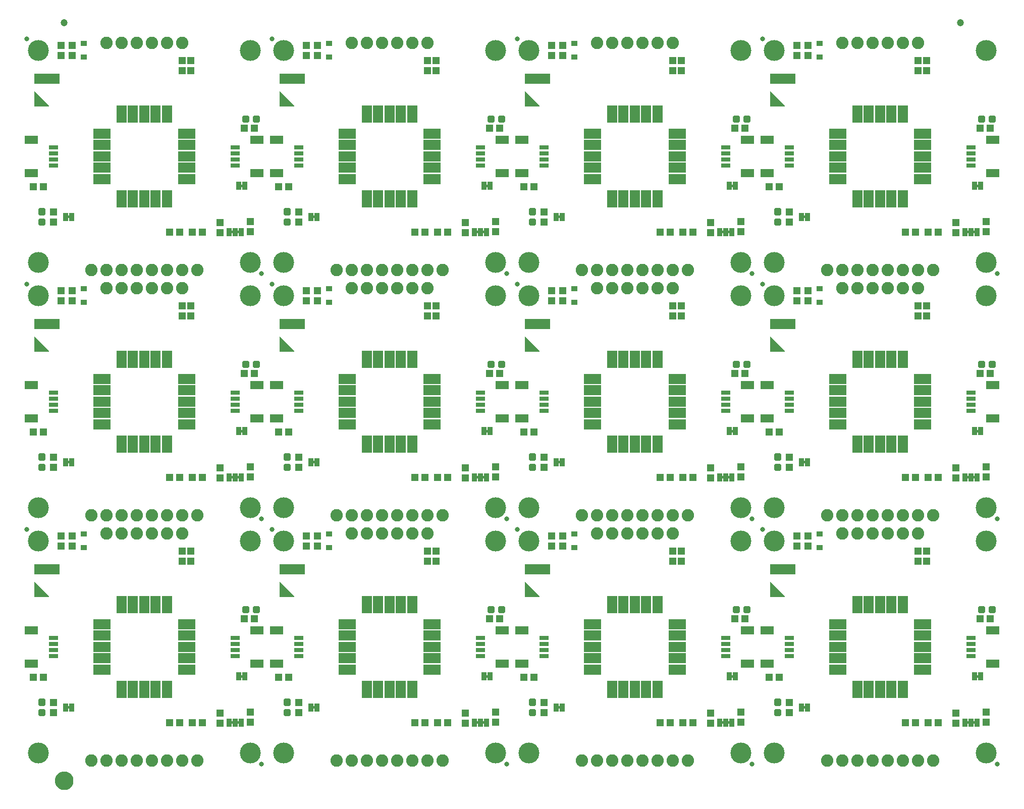
<source format=gts>
G75*
%MOIN*%
%OFA0B0*%
%FSLAX25Y25*%
%IPPOS*%
%LPD*%
%AMOC8*
5,1,8,0,0,1.08239X$1,22.5*
%
%ADD10C,0.13800*%
%ADD11C,0.03300*%
%ADD12R,0.08674X0.05524*%
%ADD13R,0.06115X0.03162*%
%ADD14R,0.05131X0.04737*%
%ADD15R,0.04737X0.05131*%
%ADD16C,0.00197*%
%ADD17R,0.16535X0.06693*%
%ADD18R,0.03300X0.05800*%
%ADD19C,0.00500*%
%ADD20C,0.01990*%
%ADD21R,0.04068X0.03280*%
%ADD22R,0.11627X0.07099*%
%ADD23R,0.07099X0.11627*%
%ADD24C,0.08200*%
%ADD25C,0.04737*%
%ADD26C,0.05000*%
%ADD27C,0.06706*%
D10*
X0038750Y0038750D03*
X0178750Y0038750D03*
X0200750Y0038750D03*
X0340750Y0038750D03*
X0362750Y0038750D03*
X0502750Y0038750D03*
X0524750Y0038750D03*
X0664750Y0038750D03*
X0664750Y0178750D03*
X0664750Y0200750D03*
X0524750Y0200750D03*
X0502750Y0200750D03*
X0502750Y0178750D03*
X0524750Y0178750D03*
X0362750Y0178750D03*
X0340750Y0178750D03*
X0340750Y0200750D03*
X0362750Y0200750D03*
X0200750Y0200750D03*
X0178750Y0200750D03*
X0178750Y0178750D03*
X0200750Y0178750D03*
X0038750Y0178750D03*
X0038750Y0200750D03*
X0038750Y0340750D03*
X0038750Y0362750D03*
X0178750Y0362750D03*
X0200750Y0362750D03*
X0200750Y0340750D03*
X0178750Y0340750D03*
X0340750Y0340750D03*
X0362750Y0340750D03*
X0362750Y0362750D03*
X0340750Y0362750D03*
X0502750Y0362750D03*
X0524750Y0362750D03*
X0524750Y0340750D03*
X0502750Y0340750D03*
X0664750Y0340750D03*
X0664750Y0362750D03*
X0664750Y0502750D03*
X0524750Y0502750D03*
X0502750Y0502750D03*
X0362750Y0502750D03*
X0340750Y0502750D03*
X0200750Y0502750D03*
X0178750Y0502750D03*
X0038750Y0502750D03*
D11*
X0031250Y0510250D03*
X0193250Y0510250D03*
X0355250Y0510250D03*
X0517250Y0510250D03*
X0510250Y0355250D03*
X0517250Y0348250D03*
X0672250Y0355250D03*
X0672250Y0193250D03*
X0517250Y0186250D03*
X0510250Y0193250D03*
X0355250Y0186250D03*
X0348250Y0193250D03*
X0193250Y0186250D03*
X0186250Y0193250D03*
X0031250Y0186250D03*
X0031250Y0348250D03*
X0186250Y0355250D03*
X0193250Y0348250D03*
X0348250Y0355250D03*
X0355250Y0348250D03*
X0348250Y0031250D03*
X0186250Y0031250D03*
X0510250Y0031250D03*
X0672250Y0031250D03*
D12*
X0669219Y0097726D03*
X0669219Y0119774D03*
X0520281Y0119774D03*
X0507219Y0119774D03*
X0507219Y0097726D03*
X0520281Y0097726D03*
X0358281Y0097726D03*
X0345219Y0097726D03*
X0345219Y0119774D03*
X0358281Y0119774D03*
X0196281Y0119774D03*
X0183219Y0119774D03*
X0183219Y0097726D03*
X0196281Y0097726D03*
X0034281Y0097726D03*
X0034281Y0119774D03*
X0034281Y0259726D03*
X0034281Y0281774D03*
X0183219Y0281774D03*
X0196281Y0281774D03*
X0196281Y0259726D03*
X0183219Y0259726D03*
X0345219Y0259726D03*
X0358281Y0259726D03*
X0358281Y0281774D03*
X0345219Y0281774D03*
X0507219Y0281774D03*
X0520281Y0281774D03*
X0520281Y0259726D03*
X0507219Y0259726D03*
X0669219Y0259726D03*
X0669219Y0281774D03*
X0669219Y0421726D03*
X0669219Y0443774D03*
X0520281Y0443774D03*
X0507219Y0443774D03*
X0507219Y0421726D03*
X0520281Y0421726D03*
X0358281Y0421726D03*
X0345219Y0421726D03*
X0345219Y0443774D03*
X0358281Y0443774D03*
X0196281Y0443774D03*
X0183219Y0443774D03*
X0183219Y0421726D03*
X0196281Y0421726D03*
X0034281Y0421726D03*
X0034281Y0443774D03*
D13*
X0048750Y0438656D03*
X0048750Y0434719D03*
X0048750Y0430781D03*
X0048750Y0426844D03*
X0168750Y0426844D03*
X0168750Y0430781D03*
X0168750Y0434719D03*
X0168750Y0438656D03*
X0210750Y0438656D03*
X0210750Y0434719D03*
X0210750Y0430781D03*
X0210750Y0426844D03*
X0330750Y0426844D03*
X0330750Y0430781D03*
X0330750Y0434719D03*
X0330750Y0438656D03*
X0372750Y0438656D03*
X0372750Y0434719D03*
X0372750Y0430781D03*
X0372750Y0426844D03*
X0492750Y0426844D03*
X0492750Y0430781D03*
X0492750Y0434719D03*
X0492750Y0438656D03*
X0534750Y0438656D03*
X0534750Y0434719D03*
X0534750Y0430781D03*
X0534750Y0426844D03*
X0654750Y0426844D03*
X0654750Y0430781D03*
X0654750Y0434719D03*
X0654750Y0438656D03*
X0654750Y0276656D03*
X0654750Y0272719D03*
X0654750Y0268781D03*
X0654750Y0264844D03*
X0534750Y0264844D03*
X0534750Y0268781D03*
X0534750Y0272719D03*
X0534750Y0276656D03*
X0492750Y0276656D03*
X0492750Y0272719D03*
X0492750Y0268781D03*
X0492750Y0264844D03*
X0372750Y0264844D03*
X0372750Y0268781D03*
X0372750Y0272719D03*
X0372750Y0276656D03*
X0330750Y0276656D03*
X0330750Y0272719D03*
X0330750Y0268781D03*
X0330750Y0264844D03*
X0210750Y0264844D03*
X0210750Y0268781D03*
X0210750Y0272719D03*
X0210750Y0276656D03*
X0168750Y0276656D03*
X0168750Y0272719D03*
X0168750Y0268781D03*
X0168750Y0264844D03*
X0048750Y0264844D03*
X0048750Y0268781D03*
X0048750Y0272719D03*
X0048750Y0276656D03*
X0048750Y0114656D03*
X0048750Y0110719D03*
X0048750Y0106781D03*
X0048750Y0102844D03*
X0168750Y0102844D03*
X0168750Y0106781D03*
X0168750Y0110719D03*
X0168750Y0114656D03*
X0210750Y0114656D03*
X0210750Y0110719D03*
X0210750Y0106781D03*
X0210750Y0102844D03*
X0330750Y0102844D03*
X0330750Y0106781D03*
X0330750Y0110719D03*
X0330750Y0114656D03*
X0372750Y0114656D03*
X0372750Y0110719D03*
X0372750Y0106781D03*
X0372750Y0102844D03*
X0492750Y0102844D03*
X0492750Y0106781D03*
X0492750Y0110719D03*
X0492750Y0114656D03*
X0534750Y0114656D03*
X0534750Y0110719D03*
X0534750Y0106781D03*
X0534750Y0102844D03*
X0654750Y0102844D03*
X0654750Y0106781D03*
X0654750Y0110719D03*
X0654750Y0114656D03*
D14*
X0660904Y0127250D03*
X0667596Y0127250D03*
X0633096Y0058750D03*
X0626404Y0058750D03*
X0618096Y0058750D03*
X0611404Y0058750D03*
X0528096Y0088750D03*
X0521404Y0088750D03*
X0505596Y0127250D03*
X0498904Y0127250D03*
X0471096Y0058750D03*
X0464404Y0058750D03*
X0456096Y0058750D03*
X0449404Y0058750D03*
X0366096Y0088750D03*
X0359404Y0088750D03*
X0343596Y0127250D03*
X0336904Y0127250D03*
X0309096Y0058750D03*
X0302404Y0058750D03*
X0294096Y0058750D03*
X0287404Y0058750D03*
X0204096Y0088750D03*
X0197404Y0088750D03*
X0181596Y0127250D03*
X0174904Y0127250D03*
X0147096Y0058750D03*
X0140404Y0058750D03*
X0132096Y0058750D03*
X0125404Y0058750D03*
X0042096Y0088750D03*
X0035404Y0088750D03*
X0125404Y0220750D03*
X0132096Y0220750D03*
X0140404Y0220750D03*
X0147096Y0220750D03*
X0197404Y0250750D03*
X0204096Y0250750D03*
X0181596Y0289250D03*
X0174904Y0289250D03*
X0287404Y0220750D03*
X0294096Y0220750D03*
X0302404Y0220750D03*
X0309096Y0220750D03*
X0359404Y0250750D03*
X0366096Y0250750D03*
X0343596Y0289250D03*
X0336904Y0289250D03*
X0449404Y0220750D03*
X0456096Y0220750D03*
X0464404Y0220750D03*
X0471096Y0220750D03*
X0521404Y0250750D03*
X0528096Y0250750D03*
X0505596Y0289250D03*
X0498904Y0289250D03*
X0611404Y0220750D03*
X0618096Y0220750D03*
X0626404Y0220750D03*
X0633096Y0220750D03*
X0660904Y0289250D03*
X0667596Y0289250D03*
X0633096Y0382750D03*
X0626404Y0382750D03*
X0618096Y0382750D03*
X0611404Y0382750D03*
X0528096Y0412750D03*
X0521404Y0412750D03*
X0505596Y0451250D03*
X0498904Y0451250D03*
X0471096Y0382750D03*
X0464404Y0382750D03*
X0456096Y0382750D03*
X0449404Y0382750D03*
X0366096Y0412750D03*
X0359404Y0412750D03*
X0343596Y0451250D03*
X0336904Y0451250D03*
X0309096Y0382750D03*
X0302404Y0382750D03*
X0294096Y0382750D03*
X0287404Y0382750D03*
X0204096Y0412750D03*
X0197404Y0412750D03*
X0181596Y0451250D03*
X0174904Y0451250D03*
X0147096Y0382750D03*
X0140404Y0382750D03*
X0132096Y0382750D03*
X0125404Y0382750D03*
X0042096Y0412750D03*
X0035404Y0412750D03*
X0035404Y0250750D03*
X0042096Y0250750D03*
X0660904Y0451250D03*
X0667596Y0451250D03*
D15*
X0625650Y0489404D03*
X0619750Y0489404D03*
X0619750Y0496096D03*
X0625650Y0496096D03*
X0547250Y0499404D03*
X0539750Y0499404D03*
X0539750Y0506096D03*
X0547250Y0506096D03*
X0463650Y0496096D03*
X0457750Y0496096D03*
X0457750Y0489404D03*
X0463650Y0489404D03*
X0385250Y0499404D03*
X0377750Y0499404D03*
X0377750Y0506096D03*
X0385250Y0506096D03*
X0301650Y0496096D03*
X0295750Y0496096D03*
X0295750Y0489404D03*
X0301650Y0489404D03*
X0223250Y0499404D03*
X0215750Y0499404D03*
X0215750Y0506096D03*
X0223250Y0506096D03*
X0139650Y0496096D03*
X0133750Y0496096D03*
X0133750Y0489404D03*
X0139650Y0489404D03*
X0061250Y0499404D03*
X0053750Y0499404D03*
X0053750Y0506096D03*
X0061250Y0506096D03*
X0048750Y0396096D03*
X0048750Y0389404D03*
X0053750Y0344096D03*
X0053750Y0337404D03*
X0061250Y0337404D03*
X0061250Y0344096D03*
X0133750Y0334096D03*
X0139650Y0334096D03*
X0139650Y0327404D03*
X0133750Y0327404D03*
X0158750Y0382404D03*
X0158750Y0389096D03*
X0178750Y0389596D03*
X0178750Y0382904D03*
X0210750Y0389404D03*
X0210750Y0396096D03*
X0215750Y0344096D03*
X0215750Y0337404D03*
X0223250Y0337404D03*
X0223250Y0344096D03*
X0295750Y0334096D03*
X0301650Y0334096D03*
X0301650Y0327404D03*
X0295750Y0327404D03*
X0320750Y0382404D03*
X0320750Y0389096D03*
X0340750Y0389596D03*
X0340750Y0382904D03*
X0372750Y0389404D03*
X0372750Y0396096D03*
X0377750Y0344096D03*
X0377750Y0337404D03*
X0385250Y0337404D03*
X0385250Y0344096D03*
X0457750Y0334096D03*
X0463650Y0334096D03*
X0463650Y0327404D03*
X0457750Y0327404D03*
X0482750Y0382404D03*
X0482750Y0389096D03*
X0502750Y0389596D03*
X0502750Y0382904D03*
X0534750Y0389404D03*
X0534750Y0396096D03*
X0539750Y0344096D03*
X0539750Y0337404D03*
X0547250Y0337404D03*
X0547250Y0344096D03*
X0619750Y0334096D03*
X0625650Y0334096D03*
X0625650Y0327404D03*
X0619750Y0327404D03*
X0644750Y0382404D03*
X0644750Y0389096D03*
X0664750Y0389596D03*
X0664750Y0382904D03*
X0534750Y0234096D03*
X0534750Y0227404D03*
X0502750Y0227596D03*
X0502750Y0220904D03*
X0482750Y0220404D03*
X0482750Y0227096D03*
X0539750Y0182096D03*
X0539750Y0175404D03*
X0547250Y0175404D03*
X0547250Y0182096D03*
X0619750Y0172096D03*
X0625650Y0172096D03*
X0625650Y0165404D03*
X0619750Y0165404D03*
X0644750Y0220404D03*
X0644750Y0227096D03*
X0664750Y0227596D03*
X0664750Y0220904D03*
X0534750Y0072096D03*
X0534750Y0065404D03*
X0502750Y0065596D03*
X0502750Y0058904D03*
X0482750Y0058404D03*
X0482750Y0065096D03*
X0372750Y0065404D03*
X0372750Y0072096D03*
X0340750Y0065596D03*
X0340750Y0058904D03*
X0320750Y0058404D03*
X0320750Y0065096D03*
X0210750Y0065404D03*
X0210750Y0072096D03*
X0178750Y0065596D03*
X0178750Y0058904D03*
X0158750Y0058404D03*
X0158750Y0065096D03*
X0048750Y0065404D03*
X0048750Y0072096D03*
X0133750Y0165404D03*
X0139650Y0165404D03*
X0139650Y0172096D03*
X0133750Y0172096D03*
X0158750Y0220404D03*
X0158750Y0227096D03*
X0178750Y0227596D03*
X0178750Y0220904D03*
X0210750Y0227404D03*
X0210750Y0234096D03*
X0215750Y0182096D03*
X0215750Y0175404D03*
X0223250Y0175404D03*
X0223250Y0182096D03*
X0295750Y0172096D03*
X0301650Y0172096D03*
X0301650Y0165404D03*
X0295750Y0165404D03*
X0320750Y0220404D03*
X0320750Y0227096D03*
X0340750Y0227596D03*
X0340750Y0220904D03*
X0372750Y0227404D03*
X0372750Y0234096D03*
X0377750Y0182096D03*
X0377750Y0175404D03*
X0385250Y0175404D03*
X0385250Y0182096D03*
X0457750Y0172096D03*
X0463650Y0172096D03*
X0463650Y0165404D03*
X0457750Y0165404D03*
X0644750Y0065096D03*
X0644750Y0058404D03*
X0664750Y0058904D03*
X0664750Y0065596D03*
X0061250Y0175404D03*
X0061250Y0182096D03*
X0053750Y0182096D03*
X0053750Y0175404D03*
X0048750Y0227404D03*
X0048750Y0234096D03*
D16*
X0045648Y0304199D02*
X0036199Y0304199D01*
X0036199Y0313648D01*
X0045648Y0304199D01*
X0045636Y0304210D02*
X0036199Y0304210D01*
X0036199Y0304405D02*
X0045441Y0304405D01*
X0045246Y0304601D02*
X0036199Y0304601D01*
X0036199Y0304796D02*
X0045050Y0304796D01*
X0044855Y0304991D02*
X0036199Y0304991D01*
X0036199Y0305187D02*
X0044660Y0305187D01*
X0044464Y0305382D02*
X0036199Y0305382D01*
X0036199Y0305578D02*
X0044269Y0305578D01*
X0044074Y0305773D02*
X0036199Y0305773D01*
X0036199Y0305968D02*
X0043878Y0305968D01*
X0043683Y0306164D02*
X0036199Y0306164D01*
X0036199Y0306359D02*
X0043487Y0306359D01*
X0043292Y0306554D02*
X0036199Y0306554D01*
X0036199Y0306750D02*
X0043097Y0306750D01*
X0042901Y0306945D02*
X0036199Y0306945D01*
X0036199Y0307140D02*
X0042706Y0307140D01*
X0042511Y0307336D02*
X0036199Y0307336D01*
X0036199Y0307531D02*
X0042315Y0307531D01*
X0042120Y0307727D02*
X0036199Y0307727D01*
X0036199Y0307922D02*
X0041925Y0307922D01*
X0041729Y0308117D02*
X0036199Y0308117D01*
X0036199Y0308313D02*
X0041534Y0308313D01*
X0041338Y0308508D02*
X0036199Y0308508D01*
X0036199Y0308703D02*
X0041143Y0308703D01*
X0040948Y0308899D02*
X0036199Y0308899D01*
X0036199Y0309094D02*
X0040752Y0309094D01*
X0040557Y0309289D02*
X0036199Y0309289D01*
X0036199Y0309485D02*
X0040362Y0309485D01*
X0040166Y0309680D02*
X0036199Y0309680D01*
X0036199Y0309876D02*
X0039971Y0309876D01*
X0039776Y0310071D02*
X0036199Y0310071D01*
X0036199Y0310266D02*
X0039580Y0310266D01*
X0039385Y0310462D02*
X0036199Y0310462D01*
X0036199Y0310657D02*
X0039190Y0310657D01*
X0038994Y0310852D02*
X0036199Y0310852D01*
X0036199Y0311048D02*
X0038799Y0311048D01*
X0038603Y0311243D02*
X0036199Y0311243D01*
X0036199Y0311438D02*
X0038408Y0311438D01*
X0038213Y0311634D02*
X0036199Y0311634D01*
X0036199Y0311829D02*
X0038017Y0311829D01*
X0037822Y0312024D02*
X0036199Y0312024D01*
X0036199Y0312220D02*
X0037627Y0312220D01*
X0037431Y0312415D02*
X0036199Y0312415D01*
X0036199Y0312611D02*
X0037236Y0312611D01*
X0037041Y0312806D02*
X0036199Y0312806D01*
X0036199Y0313001D02*
X0036845Y0313001D01*
X0036650Y0313197D02*
X0036199Y0313197D01*
X0036199Y0313392D02*
X0036454Y0313392D01*
X0036259Y0313587D02*
X0036199Y0313587D01*
X0198199Y0313648D02*
X0198199Y0304199D01*
X0207648Y0304199D01*
X0198199Y0313648D01*
X0198199Y0313587D02*
X0198259Y0313587D01*
X0198199Y0313392D02*
X0198454Y0313392D01*
X0198650Y0313197D02*
X0198199Y0313197D01*
X0198199Y0313001D02*
X0198845Y0313001D01*
X0199041Y0312806D02*
X0198199Y0312806D01*
X0198199Y0312611D02*
X0199236Y0312611D01*
X0199431Y0312415D02*
X0198199Y0312415D01*
X0198199Y0312220D02*
X0199627Y0312220D01*
X0199822Y0312024D02*
X0198199Y0312024D01*
X0198199Y0311829D02*
X0200017Y0311829D01*
X0200213Y0311634D02*
X0198199Y0311634D01*
X0198199Y0311438D02*
X0200408Y0311438D01*
X0200603Y0311243D02*
X0198199Y0311243D01*
X0198199Y0311048D02*
X0200799Y0311048D01*
X0200994Y0310852D02*
X0198199Y0310852D01*
X0198199Y0310657D02*
X0201190Y0310657D01*
X0201385Y0310462D02*
X0198199Y0310462D01*
X0198199Y0310266D02*
X0201580Y0310266D01*
X0201776Y0310071D02*
X0198199Y0310071D01*
X0198199Y0309876D02*
X0201971Y0309876D01*
X0202166Y0309680D02*
X0198199Y0309680D01*
X0198199Y0309485D02*
X0202362Y0309485D01*
X0202557Y0309289D02*
X0198199Y0309289D01*
X0198199Y0309094D02*
X0202752Y0309094D01*
X0202948Y0308899D02*
X0198199Y0308899D01*
X0198199Y0308703D02*
X0203143Y0308703D01*
X0203338Y0308508D02*
X0198199Y0308508D01*
X0198199Y0308313D02*
X0203534Y0308313D01*
X0203729Y0308117D02*
X0198199Y0308117D01*
X0198199Y0307922D02*
X0203925Y0307922D01*
X0204120Y0307727D02*
X0198199Y0307727D01*
X0198199Y0307531D02*
X0204315Y0307531D01*
X0204511Y0307336D02*
X0198199Y0307336D01*
X0198199Y0307140D02*
X0204706Y0307140D01*
X0204901Y0306945D02*
X0198199Y0306945D01*
X0198199Y0306750D02*
X0205097Y0306750D01*
X0205292Y0306554D02*
X0198199Y0306554D01*
X0198199Y0306359D02*
X0205487Y0306359D01*
X0205683Y0306164D02*
X0198199Y0306164D01*
X0198199Y0305968D02*
X0205878Y0305968D01*
X0206074Y0305773D02*
X0198199Y0305773D01*
X0198199Y0305578D02*
X0206269Y0305578D01*
X0206464Y0305382D02*
X0198199Y0305382D01*
X0198199Y0305187D02*
X0206660Y0305187D01*
X0206855Y0304991D02*
X0198199Y0304991D01*
X0198199Y0304796D02*
X0207050Y0304796D01*
X0207246Y0304601D02*
X0198199Y0304601D01*
X0198199Y0304405D02*
X0207441Y0304405D01*
X0207636Y0304210D02*
X0198199Y0304210D01*
X0360199Y0304210D02*
X0369636Y0304210D01*
X0369648Y0304199D02*
X0360199Y0313648D01*
X0360199Y0304199D01*
X0369648Y0304199D01*
X0369441Y0304405D02*
X0360199Y0304405D01*
X0360199Y0304601D02*
X0369246Y0304601D01*
X0369050Y0304796D02*
X0360199Y0304796D01*
X0360199Y0304991D02*
X0368855Y0304991D01*
X0368660Y0305187D02*
X0360199Y0305187D01*
X0360199Y0305382D02*
X0368464Y0305382D01*
X0368269Y0305578D02*
X0360199Y0305578D01*
X0360199Y0305773D02*
X0368074Y0305773D01*
X0367878Y0305968D02*
X0360199Y0305968D01*
X0360199Y0306164D02*
X0367683Y0306164D01*
X0367487Y0306359D02*
X0360199Y0306359D01*
X0360199Y0306554D02*
X0367292Y0306554D01*
X0367097Y0306750D02*
X0360199Y0306750D01*
X0360199Y0306945D02*
X0366901Y0306945D01*
X0366706Y0307140D02*
X0360199Y0307140D01*
X0360199Y0307336D02*
X0366511Y0307336D01*
X0366315Y0307531D02*
X0360199Y0307531D01*
X0360199Y0307727D02*
X0366120Y0307727D01*
X0365925Y0307922D02*
X0360199Y0307922D01*
X0360199Y0308117D02*
X0365729Y0308117D01*
X0365534Y0308313D02*
X0360199Y0308313D01*
X0360199Y0308508D02*
X0365338Y0308508D01*
X0365143Y0308703D02*
X0360199Y0308703D01*
X0360199Y0308899D02*
X0364948Y0308899D01*
X0364752Y0309094D02*
X0360199Y0309094D01*
X0360199Y0309289D02*
X0364557Y0309289D01*
X0364362Y0309485D02*
X0360199Y0309485D01*
X0360199Y0309680D02*
X0364166Y0309680D01*
X0363971Y0309876D02*
X0360199Y0309876D01*
X0360199Y0310071D02*
X0363776Y0310071D01*
X0363580Y0310266D02*
X0360199Y0310266D01*
X0360199Y0310462D02*
X0363385Y0310462D01*
X0363190Y0310657D02*
X0360199Y0310657D01*
X0360199Y0310852D02*
X0362994Y0310852D01*
X0362799Y0311048D02*
X0360199Y0311048D01*
X0360199Y0311243D02*
X0362603Y0311243D01*
X0362408Y0311438D02*
X0360199Y0311438D01*
X0360199Y0311634D02*
X0362213Y0311634D01*
X0362017Y0311829D02*
X0360199Y0311829D01*
X0360199Y0312024D02*
X0361822Y0312024D01*
X0361627Y0312220D02*
X0360199Y0312220D01*
X0360199Y0312415D02*
X0361431Y0312415D01*
X0361236Y0312611D02*
X0360199Y0312611D01*
X0360199Y0312806D02*
X0361041Y0312806D01*
X0360845Y0313001D02*
X0360199Y0313001D01*
X0360199Y0313197D02*
X0360650Y0313197D01*
X0360454Y0313392D02*
X0360199Y0313392D01*
X0360199Y0313587D02*
X0360259Y0313587D01*
X0522199Y0313648D02*
X0522199Y0304199D01*
X0531648Y0304199D01*
X0522199Y0313648D01*
X0522199Y0313587D02*
X0522259Y0313587D01*
X0522199Y0313392D02*
X0522454Y0313392D01*
X0522650Y0313197D02*
X0522199Y0313197D01*
X0522199Y0313001D02*
X0522845Y0313001D01*
X0523041Y0312806D02*
X0522199Y0312806D01*
X0522199Y0312611D02*
X0523236Y0312611D01*
X0523431Y0312415D02*
X0522199Y0312415D01*
X0522199Y0312220D02*
X0523627Y0312220D01*
X0523822Y0312024D02*
X0522199Y0312024D01*
X0522199Y0311829D02*
X0524017Y0311829D01*
X0524213Y0311634D02*
X0522199Y0311634D01*
X0522199Y0311438D02*
X0524408Y0311438D01*
X0524603Y0311243D02*
X0522199Y0311243D01*
X0522199Y0311048D02*
X0524799Y0311048D01*
X0524994Y0310852D02*
X0522199Y0310852D01*
X0522199Y0310657D02*
X0525190Y0310657D01*
X0525385Y0310462D02*
X0522199Y0310462D01*
X0522199Y0310266D02*
X0525580Y0310266D01*
X0525776Y0310071D02*
X0522199Y0310071D01*
X0522199Y0309876D02*
X0525971Y0309876D01*
X0526166Y0309680D02*
X0522199Y0309680D01*
X0522199Y0309485D02*
X0526362Y0309485D01*
X0526557Y0309289D02*
X0522199Y0309289D01*
X0522199Y0309094D02*
X0526752Y0309094D01*
X0526948Y0308899D02*
X0522199Y0308899D01*
X0522199Y0308703D02*
X0527143Y0308703D01*
X0527338Y0308508D02*
X0522199Y0308508D01*
X0522199Y0308313D02*
X0527534Y0308313D01*
X0527729Y0308117D02*
X0522199Y0308117D01*
X0522199Y0307922D02*
X0527925Y0307922D01*
X0528120Y0307727D02*
X0522199Y0307727D01*
X0522199Y0307531D02*
X0528315Y0307531D01*
X0528511Y0307336D02*
X0522199Y0307336D01*
X0522199Y0307140D02*
X0528706Y0307140D01*
X0528901Y0306945D02*
X0522199Y0306945D01*
X0522199Y0306750D02*
X0529097Y0306750D01*
X0529292Y0306554D02*
X0522199Y0306554D01*
X0522199Y0306359D02*
X0529487Y0306359D01*
X0529683Y0306164D02*
X0522199Y0306164D01*
X0522199Y0305968D02*
X0529878Y0305968D01*
X0530074Y0305773D02*
X0522199Y0305773D01*
X0522199Y0305578D02*
X0530269Y0305578D01*
X0530464Y0305382D02*
X0522199Y0305382D01*
X0522199Y0305187D02*
X0530660Y0305187D01*
X0530855Y0304991D02*
X0522199Y0304991D01*
X0522199Y0304796D02*
X0531050Y0304796D01*
X0531246Y0304601D02*
X0522199Y0304601D01*
X0522199Y0304405D02*
X0531441Y0304405D01*
X0531636Y0304210D02*
X0522199Y0304210D01*
X0522199Y0151648D02*
X0531648Y0142199D01*
X0522199Y0142199D01*
X0522199Y0151648D01*
X0522199Y0151633D02*
X0522214Y0151633D01*
X0522199Y0151437D02*
X0522409Y0151437D01*
X0522605Y0151242D02*
X0522199Y0151242D01*
X0522199Y0151046D02*
X0522800Y0151046D01*
X0522995Y0150851D02*
X0522199Y0150851D01*
X0522199Y0150656D02*
X0523191Y0150656D01*
X0523386Y0150460D02*
X0522199Y0150460D01*
X0522199Y0150265D02*
X0523581Y0150265D01*
X0523777Y0150070D02*
X0522199Y0150070D01*
X0522199Y0149874D02*
X0523972Y0149874D01*
X0524168Y0149679D02*
X0522199Y0149679D01*
X0522199Y0149484D02*
X0524363Y0149484D01*
X0524558Y0149288D02*
X0522199Y0149288D01*
X0522199Y0149093D02*
X0524754Y0149093D01*
X0524949Y0148897D02*
X0522199Y0148897D01*
X0522199Y0148702D02*
X0525144Y0148702D01*
X0525340Y0148507D02*
X0522199Y0148507D01*
X0522199Y0148311D02*
X0525535Y0148311D01*
X0525730Y0148116D02*
X0522199Y0148116D01*
X0522199Y0147921D02*
X0525926Y0147921D01*
X0526121Y0147725D02*
X0522199Y0147725D01*
X0522199Y0147530D02*
X0526317Y0147530D01*
X0526512Y0147335D02*
X0522199Y0147335D01*
X0522199Y0147139D02*
X0526707Y0147139D01*
X0526903Y0146944D02*
X0522199Y0146944D01*
X0522199Y0146748D02*
X0527098Y0146748D01*
X0527293Y0146553D02*
X0522199Y0146553D01*
X0522199Y0146358D02*
X0527489Y0146358D01*
X0527684Y0146162D02*
X0522199Y0146162D01*
X0522199Y0145967D02*
X0527879Y0145967D01*
X0528075Y0145772D02*
X0522199Y0145772D01*
X0522199Y0145576D02*
X0528270Y0145576D01*
X0528466Y0145381D02*
X0522199Y0145381D01*
X0522199Y0145186D02*
X0528661Y0145186D01*
X0528856Y0144990D02*
X0522199Y0144990D01*
X0522199Y0144795D02*
X0529052Y0144795D01*
X0529247Y0144599D02*
X0522199Y0144599D01*
X0522199Y0144404D02*
X0529442Y0144404D01*
X0529638Y0144209D02*
X0522199Y0144209D01*
X0522199Y0144013D02*
X0529833Y0144013D01*
X0530028Y0143818D02*
X0522199Y0143818D01*
X0522199Y0143623D02*
X0530224Y0143623D01*
X0530419Y0143427D02*
X0522199Y0143427D01*
X0522199Y0143232D02*
X0530614Y0143232D01*
X0530810Y0143037D02*
X0522199Y0143037D01*
X0522199Y0142841D02*
X0531005Y0142841D01*
X0531201Y0142646D02*
X0522199Y0142646D01*
X0522199Y0142451D02*
X0531396Y0142451D01*
X0531591Y0142255D02*
X0522199Y0142255D01*
X0369648Y0142199D02*
X0360199Y0151648D01*
X0360199Y0142199D01*
X0369648Y0142199D01*
X0369591Y0142255D02*
X0360199Y0142255D01*
X0360199Y0142451D02*
X0369396Y0142451D01*
X0369201Y0142646D02*
X0360199Y0142646D01*
X0360199Y0142841D02*
X0369005Y0142841D01*
X0368810Y0143037D02*
X0360199Y0143037D01*
X0360199Y0143232D02*
X0368614Y0143232D01*
X0368419Y0143427D02*
X0360199Y0143427D01*
X0360199Y0143623D02*
X0368224Y0143623D01*
X0368028Y0143818D02*
X0360199Y0143818D01*
X0360199Y0144013D02*
X0367833Y0144013D01*
X0367638Y0144209D02*
X0360199Y0144209D01*
X0360199Y0144404D02*
X0367442Y0144404D01*
X0367247Y0144599D02*
X0360199Y0144599D01*
X0360199Y0144795D02*
X0367052Y0144795D01*
X0366856Y0144990D02*
X0360199Y0144990D01*
X0360199Y0145186D02*
X0366661Y0145186D01*
X0366466Y0145381D02*
X0360199Y0145381D01*
X0360199Y0145576D02*
X0366270Y0145576D01*
X0366075Y0145772D02*
X0360199Y0145772D01*
X0360199Y0145967D02*
X0365879Y0145967D01*
X0365684Y0146162D02*
X0360199Y0146162D01*
X0360199Y0146358D02*
X0365489Y0146358D01*
X0365293Y0146553D02*
X0360199Y0146553D01*
X0360199Y0146748D02*
X0365098Y0146748D01*
X0364903Y0146944D02*
X0360199Y0146944D01*
X0360199Y0147139D02*
X0364707Y0147139D01*
X0364512Y0147335D02*
X0360199Y0147335D01*
X0360199Y0147530D02*
X0364317Y0147530D01*
X0364121Y0147725D02*
X0360199Y0147725D01*
X0360199Y0147921D02*
X0363926Y0147921D01*
X0363730Y0148116D02*
X0360199Y0148116D01*
X0360199Y0148311D02*
X0363535Y0148311D01*
X0363340Y0148507D02*
X0360199Y0148507D01*
X0360199Y0148702D02*
X0363144Y0148702D01*
X0362949Y0148897D02*
X0360199Y0148897D01*
X0360199Y0149093D02*
X0362754Y0149093D01*
X0362558Y0149288D02*
X0360199Y0149288D01*
X0360199Y0149484D02*
X0362363Y0149484D01*
X0362168Y0149679D02*
X0360199Y0149679D01*
X0360199Y0149874D02*
X0361972Y0149874D01*
X0361777Y0150070D02*
X0360199Y0150070D01*
X0360199Y0150265D02*
X0361581Y0150265D01*
X0361386Y0150460D02*
X0360199Y0150460D01*
X0360199Y0150656D02*
X0361191Y0150656D01*
X0360995Y0150851D02*
X0360199Y0150851D01*
X0360199Y0151046D02*
X0360800Y0151046D01*
X0360605Y0151242D02*
X0360199Y0151242D01*
X0360199Y0151437D02*
X0360409Y0151437D01*
X0360214Y0151633D02*
X0360199Y0151633D01*
X0207648Y0142199D02*
X0198199Y0151648D01*
X0198199Y0142199D01*
X0207648Y0142199D01*
X0207591Y0142255D02*
X0198199Y0142255D01*
X0198199Y0142451D02*
X0207396Y0142451D01*
X0207201Y0142646D02*
X0198199Y0142646D01*
X0198199Y0142841D02*
X0207005Y0142841D01*
X0206810Y0143037D02*
X0198199Y0143037D01*
X0198199Y0143232D02*
X0206614Y0143232D01*
X0206419Y0143427D02*
X0198199Y0143427D01*
X0198199Y0143623D02*
X0206224Y0143623D01*
X0206028Y0143818D02*
X0198199Y0143818D01*
X0198199Y0144013D02*
X0205833Y0144013D01*
X0205638Y0144209D02*
X0198199Y0144209D01*
X0198199Y0144404D02*
X0205442Y0144404D01*
X0205247Y0144599D02*
X0198199Y0144599D01*
X0198199Y0144795D02*
X0205052Y0144795D01*
X0204856Y0144990D02*
X0198199Y0144990D01*
X0198199Y0145186D02*
X0204661Y0145186D01*
X0204466Y0145381D02*
X0198199Y0145381D01*
X0198199Y0145576D02*
X0204270Y0145576D01*
X0204075Y0145772D02*
X0198199Y0145772D01*
X0198199Y0145967D02*
X0203879Y0145967D01*
X0203684Y0146162D02*
X0198199Y0146162D01*
X0198199Y0146358D02*
X0203489Y0146358D01*
X0203293Y0146553D02*
X0198199Y0146553D01*
X0198199Y0146748D02*
X0203098Y0146748D01*
X0202903Y0146944D02*
X0198199Y0146944D01*
X0198199Y0147139D02*
X0202707Y0147139D01*
X0202512Y0147335D02*
X0198199Y0147335D01*
X0198199Y0147530D02*
X0202317Y0147530D01*
X0202121Y0147725D02*
X0198199Y0147725D01*
X0198199Y0147921D02*
X0201926Y0147921D01*
X0201730Y0148116D02*
X0198199Y0148116D01*
X0198199Y0148311D02*
X0201535Y0148311D01*
X0201340Y0148507D02*
X0198199Y0148507D01*
X0198199Y0148702D02*
X0201144Y0148702D01*
X0200949Y0148897D02*
X0198199Y0148897D01*
X0198199Y0149093D02*
X0200754Y0149093D01*
X0200558Y0149288D02*
X0198199Y0149288D01*
X0198199Y0149484D02*
X0200363Y0149484D01*
X0200168Y0149679D02*
X0198199Y0149679D01*
X0198199Y0149874D02*
X0199972Y0149874D01*
X0199777Y0150070D02*
X0198199Y0150070D01*
X0198199Y0150265D02*
X0199581Y0150265D01*
X0199386Y0150460D02*
X0198199Y0150460D01*
X0198199Y0150656D02*
X0199191Y0150656D01*
X0198995Y0150851D02*
X0198199Y0150851D01*
X0198199Y0151046D02*
X0198800Y0151046D01*
X0198605Y0151242D02*
X0198199Y0151242D01*
X0198199Y0151437D02*
X0198409Y0151437D01*
X0198214Y0151633D02*
X0198199Y0151633D01*
X0045648Y0142199D02*
X0036199Y0151648D01*
X0036199Y0142199D01*
X0045648Y0142199D01*
X0045591Y0142255D02*
X0036199Y0142255D01*
X0036199Y0142451D02*
X0045396Y0142451D01*
X0045201Y0142646D02*
X0036199Y0142646D01*
X0036199Y0142841D02*
X0045005Y0142841D01*
X0044810Y0143037D02*
X0036199Y0143037D01*
X0036199Y0143232D02*
X0044614Y0143232D01*
X0044419Y0143427D02*
X0036199Y0143427D01*
X0036199Y0143623D02*
X0044224Y0143623D01*
X0044028Y0143818D02*
X0036199Y0143818D01*
X0036199Y0144013D02*
X0043833Y0144013D01*
X0043638Y0144209D02*
X0036199Y0144209D01*
X0036199Y0144404D02*
X0043442Y0144404D01*
X0043247Y0144599D02*
X0036199Y0144599D01*
X0036199Y0144795D02*
X0043052Y0144795D01*
X0042856Y0144990D02*
X0036199Y0144990D01*
X0036199Y0145186D02*
X0042661Y0145186D01*
X0042466Y0145381D02*
X0036199Y0145381D01*
X0036199Y0145576D02*
X0042270Y0145576D01*
X0042075Y0145772D02*
X0036199Y0145772D01*
X0036199Y0145967D02*
X0041879Y0145967D01*
X0041684Y0146162D02*
X0036199Y0146162D01*
X0036199Y0146358D02*
X0041489Y0146358D01*
X0041293Y0146553D02*
X0036199Y0146553D01*
X0036199Y0146748D02*
X0041098Y0146748D01*
X0040903Y0146944D02*
X0036199Y0146944D01*
X0036199Y0147139D02*
X0040707Y0147139D01*
X0040512Y0147335D02*
X0036199Y0147335D01*
X0036199Y0147530D02*
X0040317Y0147530D01*
X0040121Y0147725D02*
X0036199Y0147725D01*
X0036199Y0147921D02*
X0039926Y0147921D01*
X0039730Y0148116D02*
X0036199Y0148116D01*
X0036199Y0148311D02*
X0039535Y0148311D01*
X0039340Y0148507D02*
X0036199Y0148507D01*
X0036199Y0148702D02*
X0039144Y0148702D01*
X0038949Y0148897D02*
X0036199Y0148897D01*
X0036199Y0149093D02*
X0038754Y0149093D01*
X0038558Y0149288D02*
X0036199Y0149288D01*
X0036199Y0149484D02*
X0038363Y0149484D01*
X0038168Y0149679D02*
X0036199Y0149679D01*
X0036199Y0149874D02*
X0037972Y0149874D01*
X0037777Y0150070D02*
X0036199Y0150070D01*
X0036199Y0150265D02*
X0037581Y0150265D01*
X0037386Y0150460D02*
X0036199Y0150460D01*
X0036199Y0150656D02*
X0037191Y0150656D01*
X0036995Y0150851D02*
X0036199Y0150851D01*
X0036199Y0151046D02*
X0036800Y0151046D01*
X0036605Y0151242D02*
X0036199Y0151242D01*
X0036199Y0151437D02*
X0036409Y0151437D01*
X0036214Y0151633D02*
X0036199Y0151633D01*
X0036199Y0466199D02*
X0036199Y0475648D01*
X0045648Y0466199D01*
X0036199Y0466199D01*
X0036199Y0466360D02*
X0045486Y0466360D01*
X0045291Y0466556D02*
X0036199Y0466556D01*
X0036199Y0466751D02*
X0045095Y0466751D01*
X0044900Y0466946D02*
X0036199Y0466946D01*
X0036199Y0467142D02*
X0044705Y0467142D01*
X0044509Y0467337D02*
X0036199Y0467337D01*
X0036199Y0467532D02*
X0044314Y0467532D01*
X0044119Y0467728D02*
X0036199Y0467728D01*
X0036199Y0467923D02*
X0043923Y0467923D01*
X0043728Y0468118D02*
X0036199Y0468118D01*
X0036199Y0468314D02*
X0043533Y0468314D01*
X0043337Y0468509D02*
X0036199Y0468509D01*
X0036199Y0468705D02*
X0043142Y0468705D01*
X0042947Y0468900D02*
X0036199Y0468900D01*
X0036199Y0469095D02*
X0042751Y0469095D01*
X0042556Y0469291D02*
X0036199Y0469291D01*
X0036199Y0469486D02*
X0042360Y0469486D01*
X0042165Y0469681D02*
X0036199Y0469681D01*
X0036199Y0469877D02*
X0041970Y0469877D01*
X0041774Y0470072D02*
X0036199Y0470072D01*
X0036199Y0470267D02*
X0041579Y0470267D01*
X0041384Y0470463D02*
X0036199Y0470463D01*
X0036199Y0470658D02*
X0041188Y0470658D01*
X0040993Y0470854D02*
X0036199Y0470854D01*
X0036199Y0471049D02*
X0040798Y0471049D01*
X0040602Y0471244D02*
X0036199Y0471244D01*
X0036199Y0471440D02*
X0040407Y0471440D01*
X0040211Y0471635D02*
X0036199Y0471635D01*
X0036199Y0471830D02*
X0040016Y0471830D01*
X0039821Y0472026D02*
X0036199Y0472026D01*
X0036199Y0472221D02*
X0039625Y0472221D01*
X0039430Y0472416D02*
X0036199Y0472416D01*
X0036199Y0472612D02*
X0039235Y0472612D01*
X0039039Y0472807D02*
X0036199Y0472807D01*
X0036199Y0473003D02*
X0038844Y0473003D01*
X0038649Y0473198D02*
X0036199Y0473198D01*
X0036199Y0473393D02*
X0038453Y0473393D01*
X0038258Y0473589D02*
X0036199Y0473589D01*
X0036199Y0473784D02*
X0038062Y0473784D01*
X0037867Y0473979D02*
X0036199Y0473979D01*
X0036199Y0474175D02*
X0037672Y0474175D01*
X0037476Y0474370D02*
X0036199Y0474370D01*
X0036199Y0474565D02*
X0037281Y0474565D01*
X0037086Y0474761D02*
X0036199Y0474761D01*
X0036199Y0474956D02*
X0036890Y0474956D01*
X0036695Y0475152D02*
X0036199Y0475152D01*
X0036199Y0475347D02*
X0036500Y0475347D01*
X0036304Y0475542D02*
X0036199Y0475542D01*
X0198199Y0475542D02*
X0198304Y0475542D01*
X0198199Y0475648D02*
X0207648Y0466199D01*
X0198199Y0466199D01*
X0198199Y0475648D01*
X0198199Y0475347D02*
X0198500Y0475347D01*
X0198695Y0475152D02*
X0198199Y0475152D01*
X0198199Y0474956D02*
X0198890Y0474956D01*
X0199086Y0474761D02*
X0198199Y0474761D01*
X0198199Y0474565D02*
X0199281Y0474565D01*
X0199476Y0474370D02*
X0198199Y0474370D01*
X0198199Y0474175D02*
X0199672Y0474175D01*
X0199867Y0473979D02*
X0198199Y0473979D01*
X0198199Y0473784D02*
X0200062Y0473784D01*
X0200258Y0473589D02*
X0198199Y0473589D01*
X0198199Y0473393D02*
X0200453Y0473393D01*
X0200649Y0473198D02*
X0198199Y0473198D01*
X0198199Y0473003D02*
X0200844Y0473003D01*
X0201039Y0472807D02*
X0198199Y0472807D01*
X0198199Y0472612D02*
X0201235Y0472612D01*
X0201430Y0472416D02*
X0198199Y0472416D01*
X0198199Y0472221D02*
X0201625Y0472221D01*
X0201821Y0472026D02*
X0198199Y0472026D01*
X0198199Y0471830D02*
X0202016Y0471830D01*
X0202211Y0471635D02*
X0198199Y0471635D01*
X0198199Y0471440D02*
X0202407Y0471440D01*
X0202602Y0471244D02*
X0198199Y0471244D01*
X0198199Y0471049D02*
X0202798Y0471049D01*
X0202993Y0470854D02*
X0198199Y0470854D01*
X0198199Y0470658D02*
X0203188Y0470658D01*
X0203384Y0470463D02*
X0198199Y0470463D01*
X0198199Y0470267D02*
X0203579Y0470267D01*
X0203774Y0470072D02*
X0198199Y0470072D01*
X0198199Y0469877D02*
X0203970Y0469877D01*
X0204165Y0469681D02*
X0198199Y0469681D01*
X0198199Y0469486D02*
X0204360Y0469486D01*
X0204556Y0469291D02*
X0198199Y0469291D01*
X0198199Y0469095D02*
X0204751Y0469095D01*
X0204947Y0468900D02*
X0198199Y0468900D01*
X0198199Y0468705D02*
X0205142Y0468705D01*
X0205337Y0468509D02*
X0198199Y0468509D01*
X0198199Y0468314D02*
X0205533Y0468314D01*
X0205728Y0468118D02*
X0198199Y0468118D01*
X0198199Y0467923D02*
X0205923Y0467923D01*
X0206119Y0467728D02*
X0198199Y0467728D01*
X0198199Y0467532D02*
X0206314Y0467532D01*
X0206509Y0467337D02*
X0198199Y0467337D01*
X0198199Y0467142D02*
X0206705Y0467142D01*
X0206900Y0466946D02*
X0198199Y0466946D01*
X0198199Y0466751D02*
X0207095Y0466751D01*
X0207291Y0466556D02*
X0198199Y0466556D01*
X0198199Y0466360D02*
X0207486Y0466360D01*
X0360199Y0466360D02*
X0369486Y0466360D01*
X0369648Y0466199D02*
X0360199Y0475648D01*
X0360199Y0466199D01*
X0369648Y0466199D01*
X0369291Y0466556D02*
X0360199Y0466556D01*
X0360199Y0466751D02*
X0369095Y0466751D01*
X0368900Y0466946D02*
X0360199Y0466946D01*
X0360199Y0467142D02*
X0368705Y0467142D01*
X0368509Y0467337D02*
X0360199Y0467337D01*
X0360199Y0467532D02*
X0368314Y0467532D01*
X0368119Y0467728D02*
X0360199Y0467728D01*
X0360199Y0467923D02*
X0367923Y0467923D01*
X0367728Y0468118D02*
X0360199Y0468118D01*
X0360199Y0468314D02*
X0367533Y0468314D01*
X0367337Y0468509D02*
X0360199Y0468509D01*
X0360199Y0468705D02*
X0367142Y0468705D01*
X0366947Y0468900D02*
X0360199Y0468900D01*
X0360199Y0469095D02*
X0366751Y0469095D01*
X0366556Y0469291D02*
X0360199Y0469291D01*
X0360199Y0469486D02*
X0366360Y0469486D01*
X0366165Y0469681D02*
X0360199Y0469681D01*
X0360199Y0469877D02*
X0365970Y0469877D01*
X0365774Y0470072D02*
X0360199Y0470072D01*
X0360199Y0470267D02*
X0365579Y0470267D01*
X0365384Y0470463D02*
X0360199Y0470463D01*
X0360199Y0470658D02*
X0365188Y0470658D01*
X0364993Y0470854D02*
X0360199Y0470854D01*
X0360199Y0471049D02*
X0364798Y0471049D01*
X0364602Y0471244D02*
X0360199Y0471244D01*
X0360199Y0471440D02*
X0364407Y0471440D01*
X0364211Y0471635D02*
X0360199Y0471635D01*
X0360199Y0471830D02*
X0364016Y0471830D01*
X0363821Y0472026D02*
X0360199Y0472026D01*
X0360199Y0472221D02*
X0363625Y0472221D01*
X0363430Y0472416D02*
X0360199Y0472416D01*
X0360199Y0472612D02*
X0363235Y0472612D01*
X0363039Y0472807D02*
X0360199Y0472807D01*
X0360199Y0473003D02*
X0362844Y0473003D01*
X0362649Y0473198D02*
X0360199Y0473198D01*
X0360199Y0473393D02*
X0362453Y0473393D01*
X0362258Y0473589D02*
X0360199Y0473589D01*
X0360199Y0473784D02*
X0362062Y0473784D01*
X0361867Y0473979D02*
X0360199Y0473979D01*
X0360199Y0474175D02*
X0361672Y0474175D01*
X0361476Y0474370D02*
X0360199Y0474370D01*
X0360199Y0474565D02*
X0361281Y0474565D01*
X0361086Y0474761D02*
X0360199Y0474761D01*
X0360199Y0474956D02*
X0360890Y0474956D01*
X0360695Y0475152D02*
X0360199Y0475152D01*
X0360199Y0475347D02*
X0360500Y0475347D01*
X0360304Y0475542D02*
X0360199Y0475542D01*
X0522199Y0475542D02*
X0522304Y0475542D01*
X0522199Y0475648D02*
X0531648Y0466199D01*
X0522199Y0466199D01*
X0522199Y0475648D01*
X0522199Y0475347D02*
X0522500Y0475347D01*
X0522695Y0475152D02*
X0522199Y0475152D01*
X0522199Y0474956D02*
X0522890Y0474956D01*
X0523086Y0474761D02*
X0522199Y0474761D01*
X0522199Y0474565D02*
X0523281Y0474565D01*
X0523476Y0474370D02*
X0522199Y0474370D01*
X0522199Y0474175D02*
X0523672Y0474175D01*
X0523867Y0473979D02*
X0522199Y0473979D01*
X0522199Y0473784D02*
X0524062Y0473784D01*
X0524258Y0473589D02*
X0522199Y0473589D01*
X0522199Y0473393D02*
X0524453Y0473393D01*
X0524649Y0473198D02*
X0522199Y0473198D01*
X0522199Y0473003D02*
X0524844Y0473003D01*
X0525039Y0472807D02*
X0522199Y0472807D01*
X0522199Y0472612D02*
X0525235Y0472612D01*
X0525430Y0472416D02*
X0522199Y0472416D01*
X0522199Y0472221D02*
X0525625Y0472221D01*
X0525821Y0472026D02*
X0522199Y0472026D01*
X0522199Y0471830D02*
X0526016Y0471830D01*
X0526211Y0471635D02*
X0522199Y0471635D01*
X0522199Y0471440D02*
X0526407Y0471440D01*
X0526602Y0471244D02*
X0522199Y0471244D01*
X0522199Y0471049D02*
X0526798Y0471049D01*
X0526993Y0470854D02*
X0522199Y0470854D01*
X0522199Y0470658D02*
X0527188Y0470658D01*
X0527384Y0470463D02*
X0522199Y0470463D01*
X0522199Y0470267D02*
X0527579Y0470267D01*
X0527774Y0470072D02*
X0522199Y0470072D01*
X0522199Y0469877D02*
X0527970Y0469877D01*
X0528165Y0469681D02*
X0522199Y0469681D01*
X0522199Y0469486D02*
X0528360Y0469486D01*
X0528556Y0469291D02*
X0522199Y0469291D01*
X0522199Y0469095D02*
X0528751Y0469095D01*
X0528947Y0468900D02*
X0522199Y0468900D01*
X0522199Y0468705D02*
X0529142Y0468705D01*
X0529337Y0468509D02*
X0522199Y0468509D01*
X0522199Y0468314D02*
X0529533Y0468314D01*
X0529728Y0468118D02*
X0522199Y0468118D01*
X0522199Y0467923D02*
X0529923Y0467923D01*
X0530119Y0467728D02*
X0522199Y0467728D01*
X0522199Y0467532D02*
X0530314Y0467532D01*
X0530509Y0467337D02*
X0522199Y0467337D01*
X0522199Y0467142D02*
X0530705Y0467142D01*
X0530900Y0466946D02*
X0522199Y0466946D01*
X0522199Y0466751D02*
X0531095Y0466751D01*
X0531291Y0466556D02*
X0522199Y0466556D01*
X0522199Y0466360D02*
X0531486Y0466360D01*
D17*
X0530388Y0484033D03*
X0368388Y0484033D03*
X0206388Y0484033D03*
X0044388Y0484033D03*
X0044388Y0322033D03*
X0206388Y0322033D03*
X0368388Y0322033D03*
X0530388Y0322033D03*
X0530388Y0160033D03*
X0368388Y0160033D03*
X0206388Y0160033D03*
X0044388Y0160033D03*
D18*
X0056750Y0230750D03*
X0060750Y0230750D03*
X0164750Y0220750D03*
X0168750Y0220750D03*
X0172750Y0220750D03*
X0171250Y0251250D03*
X0175250Y0251250D03*
X0218750Y0230750D03*
X0222750Y0230750D03*
X0326750Y0220750D03*
X0330750Y0220750D03*
X0334750Y0220750D03*
X0380750Y0230750D03*
X0384750Y0230750D03*
X0337250Y0251250D03*
X0333250Y0251250D03*
X0488750Y0220750D03*
X0492750Y0220750D03*
X0496750Y0220750D03*
X0495250Y0251250D03*
X0499250Y0251250D03*
X0542750Y0230750D03*
X0546750Y0230750D03*
X0650750Y0220750D03*
X0654750Y0220750D03*
X0658750Y0220750D03*
X0657250Y0251250D03*
X0661250Y0251250D03*
X0658750Y0382750D03*
X0654750Y0382750D03*
X0650750Y0382750D03*
X0657250Y0413250D03*
X0661250Y0413250D03*
X0546750Y0392750D03*
X0542750Y0392750D03*
X0499250Y0413250D03*
X0495250Y0413250D03*
X0496750Y0382750D03*
X0492750Y0382750D03*
X0488750Y0382750D03*
X0384750Y0392750D03*
X0380750Y0392750D03*
X0334750Y0382750D03*
X0330750Y0382750D03*
X0326750Y0382750D03*
X0333250Y0413250D03*
X0337250Y0413250D03*
X0222750Y0392750D03*
X0218750Y0392750D03*
X0172750Y0382750D03*
X0168750Y0382750D03*
X0164750Y0382750D03*
X0171250Y0413250D03*
X0175250Y0413250D03*
X0060750Y0392750D03*
X0056750Y0392750D03*
X0171250Y0089250D03*
X0175250Y0089250D03*
X0172750Y0058750D03*
X0168750Y0058750D03*
X0164750Y0058750D03*
X0218750Y0068750D03*
X0222750Y0068750D03*
X0326750Y0058750D03*
X0330750Y0058750D03*
X0334750Y0058750D03*
X0333250Y0089250D03*
X0337250Y0089250D03*
X0380750Y0068750D03*
X0384750Y0068750D03*
X0488750Y0058750D03*
X0492750Y0058750D03*
X0496750Y0058750D03*
X0495250Y0089250D03*
X0499250Y0089250D03*
X0542750Y0068750D03*
X0546750Y0068750D03*
X0650750Y0058750D03*
X0654750Y0058750D03*
X0658750Y0058750D03*
X0657250Y0089250D03*
X0661250Y0089250D03*
X0060750Y0068750D03*
X0056750Y0068750D03*
D19*
X0058000Y0068631D02*
X0059500Y0068631D01*
X0059500Y0068250D02*
X0058000Y0068250D01*
X0058000Y0069250D01*
X0059500Y0069250D01*
X0059500Y0068250D01*
X0059500Y0069129D02*
X0058000Y0069129D01*
X0166000Y0059250D02*
X0171500Y0059250D01*
X0171500Y0058250D01*
X0166000Y0058250D01*
X0166000Y0059250D01*
X0166000Y0059159D02*
X0171500Y0059159D01*
X0171500Y0058661D02*
X0166000Y0058661D01*
X0172500Y0088750D02*
X0172500Y0089750D01*
X0174000Y0089750D01*
X0174000Y0088750D01*
X0172500Y0088750D01*
X0172500Y0089070D02*
X0174000Y0089070D01*
X0174000Y0089568D02*
X0172500Y0089568D01*
X0220000Y0069250D02*
X0220000Y0068250D01*
X0221500Y0068250D01*
X0221500Y0069250D01*
X0220000Y0069250D01*
X0220000Y0069129D02*
X0221500Y0069129D01*
X0221500Y0068631D02*
X0220000Y0068631D01*
X0328000Y0059250D02*
X0333500Y0059250D01*
X0333500Y0058250D01*
X0328000Y0058250D01*
X0328000Y0059250D01*
X0328000Y0059159D02*
X0333500Y0059159D01*
X0333500Y0058661D02*
X0328000Y0058661D01*
X0334500Y0088750D02*
X0334500Y0089750D01*
X0336000Y0089750D01*
X0336000Y0088750D01*
X0334500Y0088750D01*
X0334500Y0089070D02*
X0336000Y0089070D01*
X0336000Y0089568D02*
X0334500Y0089568D01*
X0382000Y0069250D02*
X0382000Y0068250D01*
X0383500Y0068250D01*
X0383500Y0069250D01*
X0382000Y0069250D01*
X0382000Y0069129D02*
X0383500Y0069129D01*
X0383500Y0068631D02*
X0382000Y0068631D01*
X0490000Y0059250D02*
X0495500Y0059250D01*
X0495500Y0058250D01*
X0490000Y0058250D01*
X0490000Y0059250D01*
X0490000Y0059159D02*
X0495500Y0059159D01*
X0495500Y0058661D02*
X0490000Y0058661D01*
X0496500Y0088750D02*
X0496500Y0089750D01*
X0498000Y0089750D01*
X0498000Y0088750D01*
X0496500Y0088750D01*
X0496500Y0089070D02*
X0498000Y0089070D01*
X0498000Y0089568D02*
X0496500Y0089568D01*
X0544000Y0069250D02*
X0544000Y0068250D01*
X0545500Y0068250D01*
X0545500Y0069250D01*
X0544000Y0069250D01*
X0544000Y0069129D02*
X0545500Y0069129D01*
X0545500Y0068631D02*
X0544000Y0068631D01*
X0652000Y0059250D02*
X0657500Y0059250D01*
X0657500Y0058250D01*
X0652000Y0058250D01*
X0652000Y0059250D01*
X0652000Y0059159D02*
X0657500Y0059159D01*
X0657500Y0058661D02*
X0652000Y0058661D01*
X0658500Y0088750D02*
X0658500Y0089750D01*
X0660000Y0089750D01*
X0660000Y0088750D01*
X0658500Y0088750D01*
X0658500Y0089070D02*
X0660000Y0089070D01*
X0660000Y0089568D02*
X0658500Y0089568D01*
X0657500Y0220250D02*
X0652000Y0220250D01*
X0652000Y0221250D01*
X0657500Y0221250D01*
X0657500Y0220250D01*
X0657500Y0220677D02*
X0652000Y0220677D01*
X0652000Y0221175D02*
X0657500Y0221175D01*
X0658500Y0250750D02*
X0658500Y0251750D01*
X0660000Y0251750D01*
X0660000Y0250750D01*
X0658500Y0250750D01*
X0658500Y0251086D02*
X0660000Y0251086D01*
X0660000Y0251585D02*
X0658500Y0251585D01*
X0545500Y0231250D02*
X0545500Y0230250D01*
X0544000Y0230250D01*
X0544000Y0231250D01*
X0545500Y0231250D01*
X0545500Y0231146D02*
X0544000Y0231146D01*
X0544000Y0230647D02*
X0545500Y0230647D01*
X0498000Y0250750D02*
X0498000Y0251750D01*
X0496500Y0251750D01*
X0496500Y0250750D01*
X0498000Y0250750D01*
X0498000Y0251086D02*
X0496500Y0251086D01*
X0496500Y0251585D02*
X0498000Y0251585D01*
X0495500Y0221250D02*
X0490000Y0221250D01*
X0490000Y0220250D01*
X0495500Y0220250D01*
X0495500Y0221250D01*
X0495500Y0221175D02*
X0490000Y0221175D01*
X0490000Y0220677D02*
X0495500Y0220677D01*
X0383500Y0230250D02*
X0382000Y0230250D01*
X0382000Y0231250D01*
X0383500Y0231250D01*
X0383500Y0230250D01*
X0383500Y0230647D02*
X0382000Y0230647D01*
X0382000Y0231146D02*
X0383500Y0231146D01*
X0336000Y0250750D02*
X0336000Y0251750D01*
X0334500Y0251750D01*
X0334500Y0250750D01*
X0336000Y0250750D01*
X0336000Y0251086D02*
X0334500Y0251086D01*
X0334500Y0251585D02*
X0336000Y0251585D01*
X0333500Y0221250D02*
X0333500Y0220250D01*
X0328000Y0220250D01*
X0328000Y0221250D01*
X0333500Y0221250D01*
X0333500Y0221175D02*
X0328000Y0221175D01*
X0328000Y0220677D02*
X0333500Y0220677D01*
X0221500Y0230250D02*
X0220000Y0230250D01*
X0220000Y0231250D01*
X0221500Y0231250D01*
X0221500Y0230250D01*
X0221500Y0230647D02*
X0220000Y0230647D01*
X0220000Y0231146D02*
X0221500Y0231146D01*
X0171500Y0221250D02*
X0171500Y0220250D01*
X0166000Y0220250D01*
X0166000Y0221250D01*
X0171500Y0221250D01*
X0171500Y0221175D02*
X0166000Y0221175D01*
X0166000Y0220677D02*
X0171500Y0220677D01*
X0172500Y0250750D02*
X0172500Y0251750D01*
X0174000Y0251750D01*
X0174000Y0250750D01*
X0172500Y0250750D01*
X0172500Y0251086D02*
X0174000Y0251086D01*
X0174000Y0251585D02*
X0172500Y0251585D01*
X0059500Y0231250D02*
X0059500Y0230250D01*
X0058000Y0230250D01*
X0058000Y0231250D01*
X0059500Y0231250D01*
X0059500Y0231146D02*
X0058000Y0231146D01*
X0058000Y0230647D02*
X0059500Y0230647D01*
X0166000Y0382250D02*
X0166000Y0383250D01*
X0171500Y0383250D01*
X0171500Y0382250D01*
X0166000Y0382250D01*
X0166000Y0382693D02*
X0171500Y0382693D01*
X0171500Y0383192D02*
X0166000Y0383192D01*
X0172500Y0412750D02*
X0172500Y0413750D01*
X0174000Y0413750D01*
X0174000Y0412750D01*
X0172500Y0412750D01*
X0172500Y0413102D02*
X0174000Y0413102D01*
X0174000Y0413601D02*
X0172500Y0413601D01*
X0220000Y0393250D02*
X0220000Y0392250D01*
X0221500Y0392250D01*
X0221500Y0393250D01*
X0220000Y0393250D01*
X0220000Y0393162D02*
X0221500Y0393162D01*
X0221500Y0392663D02*
X0220000Y0392663D01*
X0328000Y0383250D02*
X0333500Y0383250D01*
X0333500Y0382250D01*
X0328000Y0382250D01*
X0328000Y0383250D01*
X0328000Y0383192D02*
X0333500Y0383192D01*
X0333500Y0382693D02*
X0328000Y0382693D01*
X0334500Y0412750D02*
X0334500Y0413750D01*
X0336000Y0413750D01*
X0336000Y0412750D01*
X0334500Y0412750D01*
X0334500Y0413102D02*
X0336000Y0413102D01*
X0336000Y0413601D02*
X0334500Y0413601D01*
X0382000Y0393250D02*
X0382000Y0392250D01*
X0383500Y0392250D01*
X0383500Y0393250D01*
X0382000Y0393250D01*
X0382000Y0393162D02*
X0383500Y0393162D01*
X0383500Y0392663D02*
X0382000Y0392663D01*
X0490000Y0383250D02*
X0495500Y0383250D01*
X0495500Y0382250D01*
X0490000Y0382250D01*
X0490000Y0383250D01*
X0490000Y0383192D02*
X0495500Y0383192D01*
X0495500Y0382693D02*
X0490000Y0382693D01*
X0496500Y0412750D02*
X0496500Y0413750D01*
X0498000Y0413750D01*
X0498000Y0412750D01*
X0496500Y0412750D01*
X0496500Y0413102D02*
X0498000Y0413102D01*
X0498000Y0413601D02*
X0496500Y0413601D01*
X0544000Y0393250D02*
X0544000Y0392250D01*
X0545500Y0392250D01*
X0545500Y0393250D01*
X0544000Y0393250D01*
X0544000Y0393162D02*
X0545500Y0393162D01*
X0545500Y0392663D02*
X0544000Y0392663D01*
X0652000Y0383250D02*
X0657500Y0383250D01*
X0657500Y0382250D01*
X0652000Y0382250D01*
X0652000Y0383250D01*
X0652000Y0383192D02*
X0657500Y0383192D01*
X0657500Y0382693D02*
X0652000Y0382693D01*
X0658500Y0412750D02*
X0658500Y0413750D01*
X0660000Y0413750D01*
X0660000Y0412750D01*
X0658500Y0412750D01*
X0658500Y0413102D02*
X0660000Y0413102D01*
X0660000Y0413601D02*
X0658500Y0413601D01*
X0059500Y0393250D02*
X0059500Y0392250D01*
X0058000Y0392250D01*
X0058000Y0393250D01*
X0059500Y0393250D01*
X0059500Y0393162D02*
X0058000Y0393162D01*
X0058000Y0392663D02*
X0059500Y0392663D01*
D20*
X0042623Y0390670D02*
X0039877Y0390670D01*
X0042623Y0390670D02*
X0042623Y0387924D01*
X0039877Y0387924D01*
X0039877Y0390670D01*
X0039877Y0389814D02*
X0042623Y0389814D01*
X0042623Y0397576D02*
X0039877Y0397576D01*
X0042623Y0397576D02*
X0042623Y0394830D01*
X0039877Y0394830D01*
X0039877Y0397576D01*
X0039877Y0396720D02*
X0042623Y0396720D01*
X0177170Y0455877D02*
X0177170Y0458623D01*
X0177170Y0455877D02*
X0174424Y0455877D01*
X0174424Y0458623D01*
X0177170Y0458623D01*
X0177170Y0457767D02*
X0174424Y0457767D01*
X0184076Y0458623D02*
X0184076Y0455877D01*
X0181330Y0455877D01*
X0181330Y0458623D01*
X0184076Y0458623D01*
X0184076Y0457767D02*
X0181330Y0457767D01*
X0201877Y0397576D02*
X0204623Y0397576D01*
X0204623Y0394830D01*
X0201877Y0394830D01*
X0201877Y0397576D01*
X0201877Y0396720D02*
X0204623Y0396720D01*
X0204623Y0390670D02*
X0201877Y0390670D01*
X0204623Y0390670D02*
X0204623Y0387924D01*
X0201877Y0387924D01*
X0201877Y0390670D01*
X0201877Y0389814D02*
X0204623Y0389814D01*
X0184076Y0296623D02*
X0184076Y0293877D01*
X0181330Y0293877D01*
X0181330Y0296623D01*
X0184076Y0296623D01*
X0184076Y0295767D02*
X0181330Y0295767D01*
X0177170Y0296623D02*
X0177170Y0293877D01*
X0174424Y0293877D01*
X0174424Y0296623D01*
X0177170Y0296623D01*
X0177170Y0295767D02*
X0174424Y0295767D01*
X0201877Y0235576D02*
X0204623Y0235576D01*
X0204623Y0232830D01*
X0201877Y0232830D01*
X0201877Y0235576D01*
X0201877Y0234720D02*
X0204623Y0234720D01*
X0204623Y0228670D02*
X0201877Y0228670D01*
X0204623Y0228670D02*
X0204623Y0225924D01*
X0201877Y0225924D01*
X0201877Y0228670D01*
X0201877Y0227814D02*
X0204623Y0227814D01*
X0184076Y0134623D02*
X0184076Y0131877D01*
X0181330Y0131877D01*
X0181330Y0134623D01*
X0184076Y0134623D01*
X0184076Y0133767D02*
X0181330Y0133767D01*
X0177170Y0134623D02*
X0177170Y0131877D01*
X0174424Y0131877D01*
X0174424Y0134623D01*
X0177170Y0134623D01*
X0177170Y0133767D02*
X0174424Y0133767D01*
X0201877Y0073576D02*
X0204623Y0073576D01*
X0204623Y0070830D01*
X0201877Y0070830D01*
X0201877Y0073576D01*
X0201877Y0072720D02*
X0204623Y0072720D01*
X0204623Y0066670D02*
X0201877Y0066670D01*
X0204623Y0066670D02*
X0204623Y0063924D01*
X0201877Y0063924D01*
X0201877Y0066670D01*
X0201877Y0065814D02*
X0204623Y0065814D01*
X0339170Y0131877D02*
X0339170Y0134623D01*
X0339170Y0131877D02*
X0336424Y0131877D01*
X0336424Y0134623D01*
X0339170Y0134623D01*
X0339170Y0133767D02*
X0336424Y0133767D01*
X0346076Y0134623D02*
X0346076Y0131877D01*
X0343330Y0131877D01*
X0343330Y0134623D01*
X0346076Y0134623D01*
X0346076Y0133767D02*
X0343330Y0133767D01*
X0363877Y0073576D02*
X0366623Y0073576D01*
X0366623Y0070830D01*
X0363877Y0070830D01*
X0363877Y0073576D01*
X0363877Y0072720D02*
X0366623Y0072720D01*
X0366623Y0066670D02*
X0363877Y0066670D01*
X0366623Y0066670D02*
X0366623Y0063924D01*
X0363877Y0063924D01*
X0363877Y0066670D01*
X0363877Y0065814D02*
X0366623Y0065814D01*
X0501170Y0131877D02*
X0501170Y0134623D01*
X0501170Y0131877D02*
X0498424Y0131877D01*
X0498424Y0134623D01*
X0501170Y0134623D01*
X0501170Y0133767D02*
X0498424Y0133767D01*
X0508076Y0134623D02*
X0508076Y0131877D01*
X0505330Y0131877D01*
X0505330Y0134623D01*
X0508076Y0134623D01*
X0508076Y0133767D02*
X0505330Y0133767D01*
X0525877Y0073576D02*
X0528623Y0073576D01*
X0528623Y0070830D01*
X0525877Y0070830D01*
X0525877Y0073576D01*
X0525877Y0072720D02*
X0528623Y0072720D01*
X0528623Y0066670D02*
X0525877Y0066670D01*
X0528623Y0066670D02*
X0528623Y0063924D01*
X0525877Y0063924D01*
X0525877Y0066670D01*
X0525877Y0065814D02*
X0528623Y0065814D01*
X0663170Y0131877D02*
X0663170Y0134623D01*
X0663170Y0131877D02*
X0660424Y0131877D01*
X0660424Y0134623D01*
X0663170Y0134623D01*
X0663170Y0133767D02*
X0660424Y0133767D01*
X0670076Y0134623D02*
X0670076Y0131877D01*
X0667330Y0131877D01*
X0667330Y0134623D01*
X0670076Y0134623D01*
X0670076Y0133767D02*
X0667330Y0133767D01*
X0528623Y0228670D02*
X0525877Y0228670D01*
X0528623Y0228670D02*
X0528623Y0225924D01*
X0525877Y0225924D01*
X0525877Y0228670D01*
X0525877Y0227814D02*
X0528623Y0227814D01*
X0528623Y0235576D02*
X0525877Y0235576D01*
X0528623Y0235576D02*
X0528623Y0232830D01*
X0525877Y0232830D01*
X0525877Y0235576D01*
X0525877Y0234720D02*
X0528623Y0234720D01*
X0508076Y0293877D02*
X0508076Y0296623D01*
X0508076Y0293877D02*
X0505330Y0293877D01*
X0505330Y0296623D01*
X0508076Y0296623D01*
X0508076Y0295767D02*
X0505330Y0295767D01*
X0501170Y0296623D02*
X0501170Y0293877D01*
X0498424Y0293877D01*
X0498424Y0296623D01*
X0501170Y0296623D01*
X0501170Y0295767D02*
X0498424Y0295767D01*
X0525877Y0390670D02*
X0528623Y0390670D01*
X0528623Y0387924D01*
X0525877Y0387924D01*
X0525877Y0390670D01*
X0525877Y0389814D02*
X0528623Y0389814D01*
X0528623Y0397576D02*
X0525877Y0397576D01*
X0528623Y0397576D02*
X0528623Y0394830D01*
X0525877Y0394830D01*
X0525877Y0397576D01*
X0525877Y0396720D02*
X0528623Y0396720D01*
X0508076Y0455877D02*
X0508076Y0458623D01*
X0508076Y0455877D02*
X0505330Y0455877D01*
X0505330Y0458623D01*
X0508076Y0458623D01*
X0508076Y0457767D02*
X0505330Y0457767D01*
X0501170Y0458623D02*
X0501170Y0455877D01*
X0498424Y0455877D01*
X0498424Y0458623D01*
X0501170Y0458623D01*
X0501170Y0457767D02*
X0498424Y0457767D01*
X0366623Y0397576D02*
X0363877Y0397576D01*
X0366623Y0397576D02*
X0366623Y0394830D01*
X0363877Y0394830D01*
X0363877Y0397576D01*
X0363877Y0396720D02*
X0366623Y0396720D01*
X0366623Y0390670D02*
X0363877Y0390670D01*
X0366623Y0390670D02*
X0366623Y0387924D01*
X0363877Y0387924D01*
X0363877Y0390670D01*
X0363877Y0389814D02*
X0366623Y0389814D01*
X0346076Y0455877D02*
X0346076Y0458623D01*
X0346076Y0455877D02*
X0343330Y0455877D01*
X0343330Y0458623D01*
X0346076Y0458623D01*
X0346076Y0457767D02*
X0343330Y0457767D01*
X0339170Y0458623D02*
X0339170Y0455877D01*
X0336424Y0455877D01*
X0336424Y0458623D01*
X0339170Y0458623D01*
X0339170Y0457767D02*
X0336424Y0457767D01*
X0339170Y0296623D02*
X0339170Y0293877D01*
X0336424Y0293877D01*
X0336424Y0296623D01*
X0339170Y0296623D01*
X0339170Y0295767D02*
X0336424Y0295767D01*
X0346076Y0296623D02*
X0346076Y0293877D01*
X0343330Y0293877D01*
X0343330Y0296623D01*
X0346076Y0296623D01*
X0346076Y0295767D02*
X0343330Y0295767D01*
X0363877Y0235576D02*
X0366623Y0235576D01*
X0366623Y0232830D01*
X0363877Y0232830D01*
X0363877Y0235576D01*
X0363877Y0234720D02*
X0366623Y0234720D01*
X0366623Y0228670D02*
X0363877Y0228670D01*
X0366623Y0228670D02*
X0366623Y0225924D01*
X0363877Y0225924D01*
X0363877Y0228670D01*
X0363877Y0227814D02*
X0366623Y0227814D01*
X0663170Y0293877D02*
X0663170Y0296623D01*
X0663170Y0293877D02*
X0660424Y0293877D01*
X0660424Y0296623D01*
X0663170Y0296623D01*
X0663170Y0295767D02*
X0660424Y0295767D01*
X0670076Y0296623D02*
X0670076Y0293877D01*
X0667330Y0293877D01*
X0667330Y0296623D01*
X0670076Y0296623D01*
X0670076Y0295767D02*
X0667330Y0295767D01*
X0670076Y0455877D02*
X0670076Y0458623D01*
X0670076Y0455877D02*
X0667330Y0455877D01*
X0667330Y0458623D01*
X0670076Y0458623D01*
X0670076Y0457767D02*
X0667330Y0457767D01*
X0663170Y0458623D02*
X0663170Y0455877D01*
X0660424Y0455877D01*
X0660424Y0458623D01*
X0663170Y0458623D01*
X0663170Y0457767D02*
X0660424Y0457767D01*
X0042623Y0235576D02*
X0039877Y0235576D01*
X0042623Y0235576D02*
X0042623Y0232830D01*
X0039877Y0232830D01*
X0039877Y0235576D01*
X0039877Y0234720D02*
X0042623Y0234720D01*
X0042623Y0228670D02*
X0039877Y0228670D01*
X0042623Y0228670D02*
X0042623Y0225924D01*
X0039877Y0225924D01*
X0039877Y0228670D01*
X0039877Y0227814D02*
X0042623Y0227814D01*
X0042623Y0073576D02*
X0039877Y0073576D01*
X0042623Y0073576D02*
X0042623Y0070830D01*
X0039877Y0070830D01*
X0039877Y0073576D01*
X0039877Y0072720D02*
X0042623Y0072720D01*
X0042623Y0066670D02*
X0039877Y0066670D01*
X0042623Y0066670D02*
X0042623Y0063924D01*
X0039877Y0063924D01*
X0039877Y0066670D01*
X0039877Y0065814D02*
X0042623Y0065814D01*
D21*
X0068750Y0174222D03*
X0068750Y0183278D03*
X0230750Y0183278D03*
X0230750Y0174222D03*
X0392750Y0174222D03*
X0392750Y0183278D03*
X0554750Y0183278D03*
X0554750Y0174222D03*
X0554750Y0336222D03*
X0554750Y0345278D03*
X0392750Y0345278D03*
X0392750Y0336222D03*
X0230750Y0336222D03*
X0230750Y0345278D03*
X0068750Y0345278D03*
X0068750Y0336222D03*
X0068750Y0498222D03*
X0068750Y0507278D03*
X0230750Y0507278D03*
X0230750Y0498222D03*
X0392750Y0498222D03*
X0392750Y0507278D03*
X0554750Y0507278D03*
X0554750Y0498222D03*
D22*
X0566699Y0447711D03*
X0566699Y0440230D03*
X0566699Y0432750D03*
X0566699Y0425270D03*
X0566699Y0417789D03*
X0622801Y0417789D03*
X0622801Y0425270D03*
X0622801Y0432750D03*
X0622801Y0440230D03*
X0622801Y0447711D03*
X0460801Y0447711D03*
X0460801Y0440230D03*
X0460801Y0432750D03*
X0460801Y0425270D03*
X0460801Y0417789D03*
X0404699Y0417789D03*
X0404699Y0425270D03*
X0404699Y0432750D03*
X0404699Y0440230D03*
X0404699Y0447711D03*
X0298801Y0447711D03*
X0298801Y0440230D03*
X0298801Y0432750D03*
X0298801Y0425270D03*
X0298801Y0417789D03*
X0242699Y0417789D03*
X0242699Y0425270D03*
X0242699Y0432750D03*
X0242699Y0440230D03*
X0242699Y0447711D03*
X0136801Y0447711D03*
X0136801Y0440230D03*
X0136801Y0432750D03*
X0136801Y0425270D03*
X0136801Y0417789D03*
X0080699Y0417789D03*
X0080699Y0425270D03*
X0080699Y0432750D03*
X0080699Y0440230D03*
X0080699Y0447711D03*
X0080699Y0285711D03*
X0080699Y0278230D03*
X0080699Y0270750D03*
X0080699Y0263270D03*
X0080699Y0255789D03*
X0136801Y0255789D03*
X0136801Y0263270D03*
X0136801Y0270750D03*
X0136801Y0278230D03*
X0136801Y0285711D03*
X0242699Y0285711D03*
X0242699Y0278230D03*
X0242699Y0270750D03*
X0242699Y0263270D03*
X0242699Y0255789D03*
X0298801Y0255789D03*
X0298801Y0263270D03*
X0298801Y0270750D03*
X0298801Y0278230D03*
X0298801Y0285711D03*
X0404699Y0285711D03*
X0404699Y0278230D03*
X0404699Y0270750D03*
X0404699Y0263270D03*
X0404699Y0255789D03*
X0460801Y0255789D03*
X0460801Y0263270D03*
X0460801Y0270750D03*
X0460801Y0278230D03*
X0460801Y0285711D03*
X0566699Y0285711D03*
X0566699Y0278230D03*
X0566699Y0270750D03*
X0566699Y0263270D03*
X0566699Y0255789D03*
X0622801Y0255789D03*
X0622801Y0263270D03*
X0622801Y0270750D03*
X0622801Y0278230D03*
X0622801Y0285711D03*
X0622801Y0123711D03*
X0622801Y0116230D03*
X0622801Y0108750D03*
X0622801Y0101270D03*
X0622801Y0093789D03*
X0566699Y0093789D03*
X0566699Y0101270D03*
X0566699Y0108750D03*
X0566699Y0116230D03*
X0566699Y0123711D03*
X0460801Y0123711D03*
X0460801Y0116230D03*
X0460801Y0108750D03*
X0460801Y0101270D03*
X0460801Y0093789D03*
X0404699Y0093789D03*
X0404699Y0101270D03*
X0404699Y0108750D03*
X0404699Y0116230D03*
X0404699Y0123711D03*
X0298801Y0123711D03*
X0298801Y0116230D03*
X0298801Y0108750D03*
X0298801Y0101270D03*
X0298801Y0093789D03*
X0242699Y0093789D03*
X0242699Y0101270D03*
X0242699Y0108750D03*
X0242699Y0116230D03*
X0242699Y0123711D03*
X0136801Y0123711D03*
X0136801Y0116230D03*
X0136801Y0108750D03*
X0136801Y0101270D03*
X0136801Y0093789D03*
X0080699Y0093789D03*
X0080699Y0101270D03*
X0080699Y0108750D03*
X0080699Y0116230D03*
X0080699Y0123711D03*
D23*
X0093789Y0136801D03*
X0101270Y0136801D03*
X0108750Y0136801D03*
X0116230Y0136801D03*
X0123711Y0136801D03*
X0123711Y0080699D03*
X0116230Y0080699D03*
X0108750Y0080699D03*
X0101270Y0080699D03*
X0093789Y0080699D03*
X0255789Y0080699D03*
X0263270Y0080699D03*
X0270750Y0080699D03*
X0278230Y0080699D03*
X0285711Y0080699D03*
X0285711Y0136801D03*
X0278230Y0136801D03*
X0270750Y0136801D03*
X0263270Y0136801D03*
X0255789Y0136801D03*
X0255789Y0242699D03*
X0263270Y0242699D03*
X0270750Y0242699D03*
X0278230Y0242699D03*
X0285711Y0242699D03*
X0285711Y0298801D03*
X0278230Y0298801D03*
X0270750Y0298801D03*
X0263270Y0298801D03*
X0255789Y0298801D03*
X0123711Y0298801D03*
X0116230Y0298801D03*
X0108750Y0298801D03*
X0101270Y0298801D03*
X0093789Y0298801D03*
X0093789Y0242699D03*
X0101270Y0242699D03*
X0108750Y0242699D03*
X0116230Y0242699D03*
X0123711Y0242699D03*
X0123711Y0404699D03*
X0116230Y0404699D03*
X0108750Y0404699D03*
X0101270Y0404699D03*
X0093789Y0404699D03*
X0093789Y0460801D03*
X0101270Y0460801D03*
X0108750Y0460801D03*
X0116230Y0460801D03*
X0123711Y0460801D03*
X0255789Y0460801D03*
X0263270Y0460801D03*
X0270750Y0460801D03*
X0278230Y0460801D03*
X0285711Y0460801D03*
X0285711Y0404699D03*
X0278230Y0404699D03*
X0270750Y0404699D03*
X0263270Y0404699D03*
X0255789Y0404699D03*
X0417789Y0404699D03*
X0425270Y0404699D03*
X0432750Y0404699D03*
X0440230Y0404699D03*
X0447711Y0404699D03*
X0447711Y0460801D03*
X0440230Y0460801D03*
X0432750Y0460801D03*
X0425270Y0460801D03*
X0417789Y0460801D03*
X0579789Y0460801D03*
X0587270Y0460801D03*
X0594750Y0460801D03*
X0602230Y0460801D03*
X0609711Y0460801D03*
X0609711Y0404699D03*
X0602230Y0404699D03*
X0594750Y0404699D03*
X0587270Y0404699D03*
X0579789Y0404699D03*
X0579789Y0298801D03*
X0587270Y0298801D03*
X0594750Y0298801D03*
X0602230Y0298801D03*
X0609711Y0298801D03*
X0609711Y0242699D03*
X0602230Y0242699D03*
X0594750Y0242699D03*
X0587270Y0242699D03*
X0579789Y0242699D03*
X0447711Y0242699D03*
X0440230Y0242699D03*
X0432750Y0242699D03*
X0425270Y0242699D03*
X0417789Y0242699D03*
X0417789Y0298801D03*
X0425270Y0298801D03*
X0432750Y0298801D03*
X0440230Y0298801D03*
X0447711Y0298801D03*
X0447711Y0136801D03*
X0440230Y0136801D03*
X0432750Y0136801D03*
X0425270Y0136801D03*
X0417789Y0136801D03*
X0417789Y0080699D03*
X0425270Y0080699D03*
X0432750Y0080699D03*
X0440230Y0080699D03*
X0447711Y0080699D03*
X0579789Y0080699D03*
X0587270Y0080699D03*
X0594750Y0080699D03*
X0602230Y0080699D03*
X0609711Y0080699D03*
X0609711Y0136801D03*
X0602230Y0136801D03*
X0594750Y0136801D03*
X0587270Y0136801D03*
X0579789Y0136801D03*
D24*
X0579750Y0183750D03*
X0569750Y0183750D03*
X0569750Y0195750D03*
X0579750Y0195750D03*
X0589750Y0195750D03*
X0599750Y0195750D03*
X0609750Y0195750D03*
X0619750Y0195750D03*
X0629750Y0195750D03*
X0619750Y0183750D03*
X0609750Y0183750D03*
X0599750Y0183750D03*
X0589750Y0183750D03*
X0559750Y0195750D03*
X0467750Y0195750D03*
X0457750Y0195750D03*
X0447750Y0195750D03*
X0437750Y0195750D03*
X0427750Y0195750D03*
X0417750Y0195750D03*
X0407750Y0195750D03*
X0397750Y0195750D03*
X0407750Y0183750D03*
X0417750Y0183750D03*
X0427750Y0183750D03*
X0437750Y0183750D03*
X0447750Y0183750D03*
X0457750Y0183750D03*
X0305750Y0195750D03*
X0295750Y0195750D03*
X0285750Y0195750D03*
X0275750Y0195750D03*
X0265750Y0195750D03*
X0255750Y0195750D03*
X0245750Y0195750D03*
X0235750Y0195750D03*
X0245750Y0183750D03*
X0255750Y0183750D03*
X0265750Y0183750D03*
X0275750Y0183750D03*
X0285750Y0183750D03*
X0295750Y0183750D03*
X0143750Y0195750D03*
X0133750Y0195750D03*
X0123750Y0195750D03*
X0113750Y0195750D03*
X0103750Y0195750D03*
X0093750Y0195750D03*
X0083750Y0195750D03*
X0073750Y0195750D03*
X0083750Y0183750D03*
X0093750Y0183750D03*
X0103750Y0183750D03*
X0113750Y0183750D03*
X0123750Y0183750D03*
X0133750Y0183750D03*
X0133750Y0033750D03*
X0143750Y0033750D03*
X0123750Y0033750D03*
X0113750Y0033750D03*
X0103750Y0033750D03*
X0093750Y0033750D03*
X0083750Y0033750D03*
X0073750Y0033750D03*
X0235750Y0033750D03*
X0245750Y0033750D03*
X0255750Y0033750D03*
X0265750Y0033750D03*
X0275750Y0033750D03*
X0285750Y0033750D03*
X0295750Y0033750D03*
X0305750Y0033750D03*
X0397750Y0033750D03*
X0407750Y0033750D03*
X0417750Y0033750D03*
X0427750Y0033750D03*
X0437750Y0033750D03*
X0447750Y0033750D03*
X0457750Y0033750D03*
X0467750Y0033750D03*
X0559750Y0033750D03*
X0569750Y0033750D03*
X0579750Y0033750D03*
X0589750Y0033750D03*
X0599750Y0033750D03*
X0609750Y0033750D03*
X0619750Y0033750D03*
X0629750Y0033750D03*
X0619750Y0345750D03*
X0609750Y0345750D03*
X0599750Y0345750D03*
X0589750Y0345750D03*
X0579750Y0345750D03*
X0569750Y0345750D03*
X0569750Y0357750D03*
X0579750Y0357750D03*
X0589750Y0357750D03*
X0599750Y0357750D03*
X0609750Y0357750D03*
X0619750Y0357750D03*
X0629750Y0357750D03*
X0559750Y0357750D03*
X0467750Y0357750D03*
X0457750Y0357750D03*
X0447750Y0357750D03*
X0437750Y0357750D03*
X0427750Y0357750D03*
X0417750Y0357750D03*
X0407750Y0357750D03*
X0397750Y0357750D03*
X0407750Y0345750D03*
X0417750Y0345750D03*
X0427750Y0345750D03*
X0437750Y0345750D03*
X0447750Y0345750D03*
X0457750Y0345750D03*
X0305750Y0357750D03*
X0295750Y0357750D03*
X0285750Y0357750D03*
X0275750Y0357750D03*
X0265750Y0357750D03*
X0255750Y0357750D03*
X0245750Y0357750D03*
X0235750Y0357750D03*
X0245750Y0345750D03*
X0255750Y0345750D03*
X0265750Y0345750D03*
X0275750Y0345750D03*
X0285750Y0345750D03*
X0295750Y0345750D03*
X0143750Y0357750D03*
X0133750Y0357750D03*
X0123750Y0357750D03*
X0113750Y0357750D03*
X0103750Y0357750D03*
X0093750Y0357750D03*
X0083750Y0357750D03*
X0073750Y0357750D03*
X0083750Y0345750D03*
X0093750Y0345750D03*
X0103750Y0345750D03*
X0113750Y0345750D03*
X0123750Y0345750D03*
X0133750Y0345750D03*
X0133750Y0507750D03*
X0123750Y0507750D03*
X0113750Y0507750D03*
X0103750Y0507750D03*
X0093750Y0507750D03*
X0083750Y0507750D03*
X0245750Y0507750D03*
X0255750Y0507750D03*
X0265750Y0507750D03*
X0275750Y0507750D03*
X0285750Y0507750D03*
X0295750Y0507750D03*
X0407750Y0507750D03*
X0417750Y0507750D03*
X0427750Y0507750D03*
X0437750Y0507750D03*
X0447750Y0507750D03*
X0457750Y0507750D03*
X0569750Y0507750D03*
X0579750Y0507750D03*
X0589750Y0507750D03*
X0599750Y0507750D03*
X0609750Y0507750D03*
X0619750Y0507750D03*
D25*
X0647750Y0521000D03*
X0055750Y0521000D03*
D26*
X0052185Y0020500D02*
X0052187Y0020619D01*
X0052193Y0020738D01*
X0052203Y0020857D01*
X0052217Y0020975D01*
X0052235Y0021093D01*
X0052256Y0021210D01*
X0052282Y0021326D01*
X0052312Y0021442D01*
X0052345Y0021556D01*
X0052382Y0021669D01*
X0052423Y0021781D01*
X0052468Y0021892D01*
X0052516Y0022001D01*
X0052568Y0022108D01*
X0052624Y0022213D01*
X0052683Y0022317D01*
X0052745Y0022418D01*
X0052811Y0022518D01*
X0052880Y0022615D01*
X0052952Y0022709D01*
X0053028Y0022802D01*
X0053106Y0022891D01*
X0053187Y0022978D01*
X0053272Y0023063D01*
X0053359Y0023144D01*
X0053448Y0023222D01*
X0053541Y0023298D01*
X0053635Y0023370D01*
X0053732Y0023439D01*
X0053832Y0023505D01*
X0053933Y0023567D01*
X0054037Y0023626D01*
X0054142Y0023682D01*
X0054249Y0023734D01*
X0054358Y0023782D01*
X0054469Y0023827D01*
X0054581Y0023868D01*
X0054694Y0023905D01*
X0054808Y0023938D01*
X0054924Y0023968D01*
X0055040Y0023994D01*
X0055157Y0024015D01*
X0055275Y0024033D01*
X0055393Y0024047D01*
X0055512Y0024057D01*
X0055631Y0024063D01*
X0055750Y0024065D01*
X0055869Y0024063D01*
X0055988Y0024057D01*
X0056107Y0024047D01*
X0056225Y0024033D01*
X0056343Y0024015D01*
X0056460Y0023994D01*
X0056576Y0023968D01*
X0056692Y0023938D01*
X0056806Y0023905D01*
X0056919Y0023868D01*
X0057031Y0023827D01*
X0057142Y0023782D01*
X0057251Y0023734D01*
X0057358Y0023682D01*
X0057463Y0023626D01*
X0057567Y0023567D01*
X0057668Y0023505D01*
X0057768Y0023439D01*
X0057865Y0023370D01*
X0057959Y0023298D01*
X0058052Y0023222D01*
X0058141Y0023144D01*
X0058228Y0023063D01*
X0058313Y0022978D01*
X0058394Y0022891D01*
X0058472Y0022802D01*
X0058548Y0022709D01*
X0058620Y0022615D01*
X0058689Y0022518D01*
X0058755Y0022418D01*
X0058817Y0022317D01*
X0058876Y0022213D01*
X0058932Y0022108D01*
X0058984Y0022001D01*
X0059032Y0021892D01*
X0059077Y0021781D01*
X0059118Y0021669D01*
X0059155Y0021556D01*
X0059188Y0021442D01*
X0059218Y0021326D01*
X0059244Y0021210D01*
X0059265Y0021093D01*
X0059283Y0020975D01*
X0059297Y0020857D01*
X0059307Y0020738D01*
X0059313Y0020619D01*
X0059315Y0020500D01*
X0059313Y0020381D01*
X0059307Y0020262D01*
X0059297Y0020143D01*
X0059283Y0020025D01*
X0059265Y0019907D01*
X0059244Y0019790D01*
X0059218Y0019674D01*
X0059188Y0019558D01*
X0059155Y0019444D01*
X0059118Y0019331D01*
X0059077Y0019219D01*
X0059032Y0019108D01*
X0058984Y0018999D01*
X0058932Y0018892D01*
X0058876Y0018787D01*
X0058817Y0018683D01*
X0058755Y0018582D01*
X0058689Y0018482D01*
X0058620Y0018385D01*
X0058548Y0018291D01*
X0058472Y0018198D01*
X0058394Y0018109D01*
X0058313Y0018022D01*
X0058228Y0017937D01*
X0058141Y0017856D01*
X0058052Y0017778D01*
X0057959Y0017702D01*
X0057865Y0017630D01*
X0057768Y0017561D01*
X0057668Y0017495D01*
X0057567Y0017433D01*
X0057463Y0017374D01*
X0057358Y0017318D01*
X0057251Y0017266D01*
X0057142Y0017218D01*
X0057031Y0017173D01*
X0056919Y0017132D01*
X0056806Y0017095D01*
X0056692Y0017062D01*
X0056576Y0017032D01*
X0056460Y0017006D01*
X0056343Y0016985D01*
X0056225Y0016967D01*
X0056107Y0016953D01*
X0055988Y0016943D01*
X0055869Y0016937D01*
X0055750Y0016935D01*
X0055631Y0016937D01*
X0055512Y0016943D01*
X0055393Y0016953D01*
X0055275Y0016967D01*
X0055157Y0016985D01*
X0055040Y0017006D01*
X0054924Y0017032D01*
X0054808Y0017062D01*
X0054694Y0017095D01*
X0054581Y0017132D01*
X0054469Y0017173D01*
X0054358Y0017218D01*
X0054249Y0017266D01*
X0054142Y0017318D01*
X0054037Y0017374D01*
X0053933Y0017433D01*
X0053832Y0017495D01*
X0053732Y0017561D01*
X0053635Y0017630D01*
X0053541Y0017702D01*
X0053448Y0017778D01*
X0053359Y0017856D01*
X0053272Y0017937D01*
X0053187Y0018022D01*
X0053106Y0018109D01*
X0053028Y0018198D01*
X0052952Y0018291D01*
X0052880Y0018385D01*
X0052811Y0018482D01*
X0052745Y0018582D01*
X0052683Y0018683D01*
X0052624Y0018787D01*
X0052568Y0018892D01*
X0052516Y0018999D01*
X0052468Y0019108D01*
X0052423Y0019219D01*
X0052382Y0019331D01*
X0052345Y0019444D01*
X0052312Y0019558D01*
X0052282Y0019674D01*
X0052256Y0019790D01*
X0052235Y0019907D01*
X0052217Y0020025D01*
X0052203Y0020143D01*
X0052193Y0020262D01*
X0052187Y0020381D01*
X0052185Y0020500D01*
D27*
X0055750Y0020500D03*
M02*

</source>
